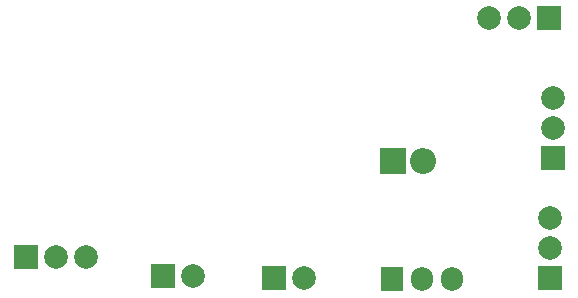
<source format=gbr>
%TF.GenerationSoftware,KiCad,Pcbnew,8.0.6*%
%TF.CreationDate,2024-12-07T16:12:25-04:00*%
%TF.ProjectId,Tarea Final,54617265-6120-4466-996e-616c2e6b6963,rev?*%
%TF.SameCoordinates,Original*%
%TF.FileFunction,Soldermask,Bot*%
%TF.FilePolarity,Negative*%
%FSLAX46Y46*%
G04 Gerber Fmt 4.6, Leading zero omitted, Abs format (unit mm)*
G04 Created by KiCad (PCBNEW 8.0.6) date 2024-12-07 16:12:25*
%MOMM*%
%LPD*%
G01*
G04 APERTURE LIST*
%ADD10R,2.200000X2.200000*%
%ADD11O,2.200000X2.200000*%
%ADD12R,1.905000X2.000000*%
%ADD13O,1.905000X2.000000*%
%ADD14R,2.000000X2.000000*%
%ADD15C,2.000000*%
G04 APERTURE END LIST*
D10*
%TO.C,D1*%
X144370000Y-90800000D03*
D11*
X146910000Y-90800000D03*
%TD*%
D12*
%TO.C,Q1*%
X144320000Y-100810000D03*
D13*
X146860000Y-100810000D03*
X149400000Y-100810000D03*
%TD*%
D14*
%TO.C,J6*%
X134320000Y-100730000D03*
D15*
X136860000Y-100730000D03*
%TD*%
D14*
%TO.C,J5*%
X124955000Y-100580000D03*
D15*
X127495000Y-100580000D03*
%TD*%
D14*
%TO.C,J4*%
X157680000Y-100680000D03*
D15*
X157680000Y-98140000D03*
X157680000Y-95600000D03*
%TD*%
D14*
%TO.C,J3*%
X113300000Y-98980000D03*
D15*
X115840000Y-98980000D03*
X118380000Y-98980000D03*
%TD*%
D14*
%TO.C,J2*%
X157590000Y-78740000D03*
D15*
X155050000Y-78740000D03*
X152510000Y-78740000D03*
%TD*%
D14*
%TO.C,J1*%
X157950000Y-90530000D03*
D15*
X157950000Y-87990000D03*
X157950000Y-85450000D03*
%TD*%
M02*

</source>
